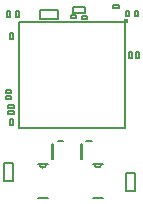
<source format=gbr>
G04 EasyPC Gerber Version 21.0.3 Build 4286 *
G04 #@! TF.Part,Single*
G04 #@! TF.FileFunction,Legend,Bot *
G04 #@! TF.FilePolarity,Positive *
%FSLAX35Y35*%
%MOIN*%
%ADD76C,0.00500*%
%ADD18C,0.00600*%
%ADD79C,0.00787*%
X0Y0D02*
D02*
D18*
X20384Y11650D02*
X23784D01*
X20884D02*
G75*
G03X23284I1200D01*
G01*
X23784Y250D02*
X20384D01*
X38784Y11650D02*
X42184D01*
X39284D02*
G75*
G03X41684I1200D01*
G01*
X42184Y250D02*
X38784D01*
D02*
D76*
X9884Y34362D02*
Y33362D01*
X11684*
Y34362*
X9884*
X11296Y62550D02*
X10296D01*
Y60750*
X11296*
Y62550*
X11684Y35438D02*
Y36438D01*
X9884*
Y35438*
X11684*
X12084Y26650D02*
X11084D01*
Y24650*
X12084*
Y26650*
X12184Y55250D02*
X11184D01*
Y53250*
X12184*
Y55250*
X12284Y12150D02*
X9260D01*
Y6125*
X12284*
Y12150*
X12473Y28338D02*
Y29338D01*
X10673*
Y28338*
X12473*
Y30438D02*
Y31438D01*
X10673*
Y30438*
X12473*
X14296Y62550D02*
X13296D01*
Y60750*
X14296*
Y62550*
X21284Y63150D02*
Y60126D01*
X27309*
Y63150*
X21284*
X31484Y61262D02*
Y60262D01*
X33284*
Y61262*
X31484*
X32184Y63984D02*
Y62106D01*
X36256*
Y63984*
X32184*
X35084Y60862D02*
Y59862D01*
X36884*
Y60862*
X35084*
X47484Y63650D02*
Y64650D01*
X45484*
Y63650*
X47484*
X49484Y58950D02*
Y23517D01*
X14051*
Y58950*
X49484*
X50370Y59737D02*
G75*
G02X49484Y58950I-443J-394D01*
G01*
G75*
G02X50370Y59737I443J394*
G01*
X50796Y62650D02*
X49796D01*
Y60850*
X50796*
Y62650*
X51796Y48850D02*
X50796D01*
Y47050*
X51796*
Y48850*
X52784Y8650D02*
X49760D01*
Y2625*
X52784*
Y8650*
X53796Y62650D02*
X52796D01*
Y60850*
X53796*
Y62650*
X54196Y48850D02*
X53196D01*
Y47050*
X54196*
Y48850*
D02*
D79*
X25681Y18212D02*
X25287D01*
Y13488*
X25681*
Y18212*
X28890Y19196D02*
X27059D01*
X35281Y18212D02*
X34887D01*
Y13488*
X35281*
Y18212*
X38490Y19196D02*
X36659D01*
X0Y0D02*
M02*

</source>
